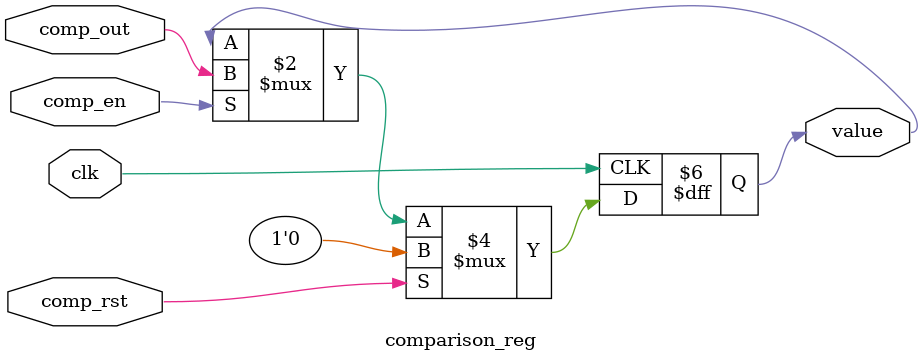
<source format=sv>
`timescale 1ns / 1ps
module comparison_reg(
    input comp_en,
    input comp_rst,
    input clk,
    input comp_out,
    output reg value
    );
    always @(posedge clk) begin
        if(comp_en) begin
            value<=comp_out;
        end
        if(comp_rst) begin
            value<=0;
        end
    end
endmodule


</source>
